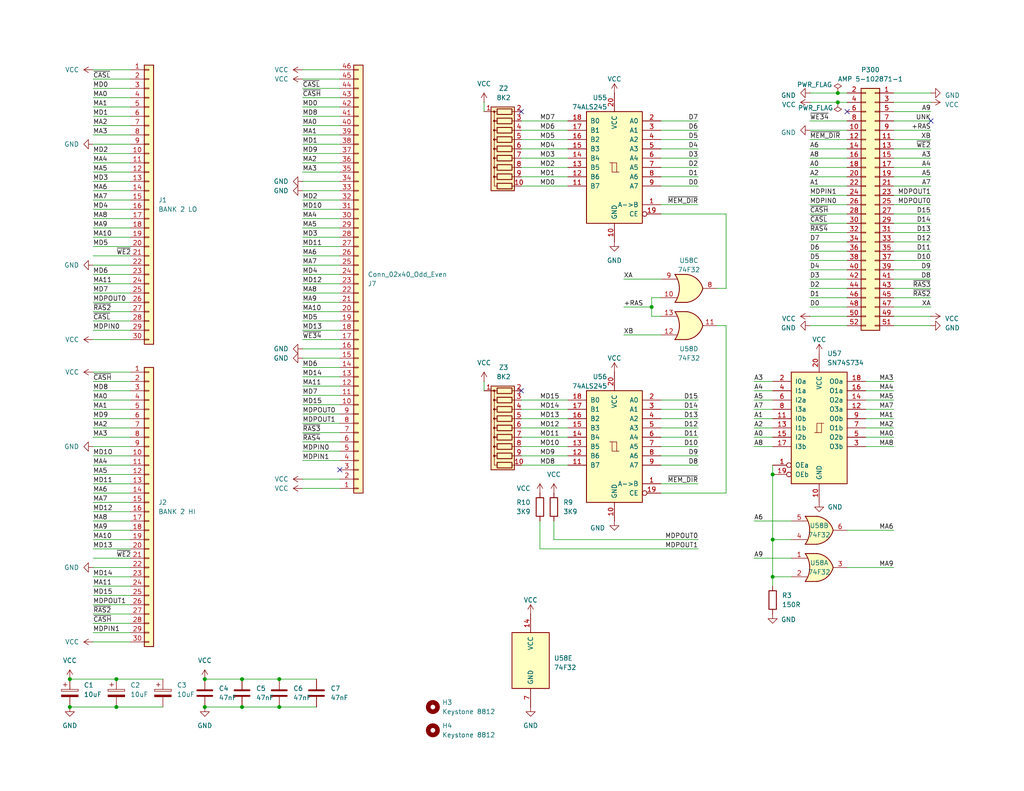
<source format=kicad_sch>
(kicad_sch (version 20231120) (generator "eeschema") (generator_version "8.0")
  (paper "USLetter")
  (title_block (title "Compaq Portable II System Memory Board") (date "2024-03-22") (company "Compaq") (comment 1 "P/N 104176-001") (comment 2 "ASSY 000330"))
  (junction (at 177.8 83.82))
  (junction (at 210.82 129.54))
  (junction (at 228.6 27.94))
  (junction (at 210.82 147.32))
  (junction (at 76.2 185.42))
  (junction (at 31.75 193.04))
  (junction (at 228.6 25.4))
  (junction (at 19.05 185.42))
  (junction (at 66.04 185.42))
  (junction (at 55.88 193.04))
  (junction (at 66.04 193.04))
  (junction (at 210.82 157.48))
  (junction (at 19.05 193.04))
  (junction (at 55.88 185.42))
  (junction (at 76.2 193.04))
  (junction (at 31.75 185.42))
  (no_connect (at 142.24 30.48))
  (no_connect (at 254 33.02))
  (no_connect (at 142.24 106.68))
  (no_connect (at 92.71 128.27))
  (no_connect (at 231.14 30.48))
  (wire (pts (xy 198.12 58.42) (xy 180.34 58.42)))
  (wire (pts (xy 25.4 147.32) (xy 35.56 147.32)))
  (wire (pts (xy 205.74 111.76) (xy 210.82 111.76)))
  (wire (pts (xy 210.82 129.54) (xy 210.82 147.32)))
  (wire (pts (xy 228.6 27.94) (xy 231.14 27.94)))
  (wire (pts (xy 66.04 185.42) (xy 76.2 185.42)))
  (wire (pts (xy 190.5 121.92) (xy 180.34 121.92)))
  (wire (pts (xy 25.4 80.01) (xy 35.56 80.01)))
  (wire (pts (xy 205.74 106.68) (xy 210.82 106.68)))
  (wire (pts (xy 254 25.4) (xy 243.84 25.4)))
  (wire (pts (xy 25.4 31.75) (xy 35.56 31.75)))
  (wire (pts (xy 82.55 120.65) (xy 92.71 120.65)))
  (wire (pts (xy 220.98 50.8) (xy 231.14 50.8)))
  (wire (pts (xy 254 73.66) (xy 243.84 73.66)))
  (wire (pts (xy 142.24 33.02) (xy 154.94 33.02)))
  (wire (pts (xy 220.98 86.36) (xy 231.14 86.36)))
  (wire (pts (xy 205.74 116.84) (xy 210.82 116.84)))
  (wire (pts (xy 142.24 48.26) (xy 154.94 48.26)))
  (wire (pts (xy 254 43.18) (xy 243.84 43.18)))
  (wire (pts (xy 82.55 24.13) (xy 92.71 24.13)))
  (wire (pts (xy 220.98 71.12) (xy 231.14 71.12)))
  (wire (pts (xy 220.98 81.28) (xy 231.14 81.28)))
  (wire (pts (xy 82.55 62.23) (xy 92.71 62.23)))
  (wire (pts (xy 82.55 97.79) (xy 92.71 97.79)))
  (wire (pts (xy 254 71.12) (xy 243.84 71.12)))
  (wire (pts (xy 190.5 116.84) (xy 180.34 116.84)))
  (wire (pts (xy 190.5 111.76) (xy 180.34 111.76)))
  (wire (pts (xy 220.98 76.2) (xy 231.14 76.2)))
  (wire (pts (xy 25.4 21.59) (xy 35.56 21.59)))
  (wire (pts (xy 142.24 45.72) (xy 154.94 45.72)))
  (wire (pts (xy 82.55 59.69) (xy 92.71 59.69)))
  (wire (pts (xy 82.55 92.71) (xy 92.71 92.71)))
  (wire (pts (xy 25.4 24.13) (xy 35.56 24.13)))
  (wire (pts (xy 25.4 34.29) (xy 35.56 34.29)))
  (wire (pts (xy 82.55 85.09) (xy 92.71 85.09)))
  (wire (pts (xy 254 66.04) (xy 243.84 66.04)))
  (wire (pts (xy 25.4 127) (xy 35.56 127)))
  (wire (pts (xy 177.8 86.36) (xy 180.34 86.36)))
  (wire (pts (xy 82.55 77.47) (xy 92.71 77.47)))
  (wire (pts (xy 205.74 142.24) (xy 215.9 142.24)))
  (wire (pts (xy 190.5 40.64) (xy 180.34 40.64)))
  (wire (pts (xy 25.4 19.05) (xy 35.56 19.05)))
  (wire (pts (xy 210.82 160.02) (xy 210.82 157.48)))
  (wire (pts (xy 142.24 124.46) (xy 154.94 124.46)))
  (wire (pts (xy 25.4 121.92) (xy 35.56 121.92)))
  (wire (pts (xy 205.74 114.3) (xy 210.82 114.3)))
  (wire (pts (xy 205.74 152.4) (xy 215.9 152.4)))
  (wire (pts (xy 25.4 77.47) (xy 35.56 77.47)))
  (wire (pts (xy 254 53.34) (xy 243.84 53.34)))
  (wire (pts (xy 82.55 72.39) (xy 92.71 72.39)))
  (wire (pts (xy 254 40.64) (xy 243.84 40.64)))
  (wire (pts (xy 243.84 116.84) (xy 236.22 116.84)))
  (wire (pts (xy 82.55 123.19) (xy 92.71 123.19)))
  (wire (pts (xy 25.4 59.69) (xy 35.56 59.69)))
  (wire (pts (xy 25.4 152.4) (xy 35.56 152.4)))
  (wire (pts (xy 25.4 165.1) (xy 35.56 165.1)))
  (wire (pts (xy 82.55 46.99) (xy 92.71 46.99)))
  (wire (pts (xy 82.55 125.73) (xy 92.71 125.73)))
  (wire (pts (xy 243.84 106.68) (xy 236.22 106.68)))
  (wire (pts (xy 254 63.5) (xy 243.84 63.5)))
  (wire (pts (xy 82.55 41.91) (xy 92.71 41.91)))
  (wire (pts (xy 25.4 111.76) (xy 35.56 111.76)))
  (wire (pts (xy 82.55 133.35) (xy 92.71 133.35)))
  (wire (pts (xy 254 48.26) (xy 243.84 48.26)))
  (wire (pts (xy 25.4 157.48) (xy 35.56 157.48)))
  (wire (pts (xy 25.4 119.38) (xy 35.56 119.38)))
  (wire (pts (xy 190.5 50.8) (xy 180.34 50.8)))
  (wire (pts (xy 25.4 29.21) (xy 35.56 29.21)))
  (wire (pts (xy 82.55 95.25) (xy 92.71 95.25)))
  (wire (pts (xy 25.4 64.77) (xy 35.56 64.77)))
  (wire (pts (xy 82.55 49.53) (xy 92.71 49.53)))
  (wire (pts (xy 25.4 39.37) (xy 35.56 39.37)))
  (wire (pts (xy 243.84 119.38) (xy 236.22 119.38)))
  (wire (pts (xy 220.98 43.18) (xy 231.14 43.18)))
  (wire (pts (xy 82.55 74.93) (xy 92.71 74.93)))
  (wire (pts (xy 25.4 74.93) (xy 35.56 74.93)))
  (wire (pts (xy 190.5 127) (xy 180.34 127)))
  (wire (pts (xy 25.4 82.55) (xy 35.56 82.55)))
  (wire (pts (xy 82.55 118.11) (xy 92.71 118.11)))
  (wire (pts (xy 243.84 109.22) (xy 236.22 109.22)))
  (wire (pts (xy 25.4 142.24) (xy 35.56 142.24)))
  (wire (pts (xy 195.58 78.74) (xy 198.12 78.74)))
  (wire (pts (xy 82.55 34.29) (xy 92.71 34.29)))
  (wire (pts (xy 25.4 90.17) (xy 35.56 90.17)))
  (wire (pts (xy 25.4 116.84) (xy 35.56 116.84)))
  (wire (pts (xy 231.14 154.94) (xy 243.84 154.94)))
  (wire (pts (xy 82.55 107.95) (xy 92.71 107.95)))
  (wire (pts (xy 82.55 90.17) (xy 92.71 90.17)))
  (wire (pts (xy 254 81.28) (xy 243.84 81.28)))
  (wire (pts (xy 190.5 132.08) (xy 180.34 132.08)))
  (wire (pts (xy 142.24 127) (xy 154.94 127)))
  (wire (pts (xy 254 35.56) (xy 243.84 35.56)))
  (wire (pts (xy 220.98 25.4) (xy 228.6 25.4)))
  (wire (pts (xy 82.55 57.15) (xy 92.71 57.15)))
  (wire (pts (xy 25.4 41.91) (xy 35.56 41.91)))
  (wire (pts (xy 142.24 121.92) (xy 154.94 121.92)))
  (wire (pts (xy 25.4 69.85) (xy 35.56 69.85)))
  (wire (pts (xy 228.6 25.4) (xy 231.14 25.4)))
  (wire (pts (xy 220.98 60.96) (xy 231.14 60.96)))
  (wire (pts (xy 198.12 78.74) (xy 198.12 58.42)))
  (wire (pts (xy 142.24 38.1) (xy 154.94 38.1)))
  (wire (pts (xy 190.5 124.46) (xy 180.34 124.46)))
  (wire (pts (xy 82.55 21.59) (xy 92.71 21.59)))
  (wire (pts (xy 220.98 45.72) (xy 231.14 45.72)))
  (wire (pts (xy 254 86.36) (xy 243.84 86.36)))
  (wire (pts (xy 220.98 35.56) (xy 231.14 35.56)))
  (wire (pts (xy 25.4 62.23) (xy 35.56 62.23)))
  (wire (pts (xy 19.05 185.42) (xy 31.75 185.42)))
  (wire (pts (xy 190.5 35.56) (xy 180.34 35.56)))
  (wire (pts (xy 190.5 55.88) (xy 180.34 55.88)))
  (wire (pts (xy 25.4 144.78) (xy 35.56 144.78)))
  (wire (pts (xy 220.98 78.74) (xy 231.14 78.74)))
  (wire (pts (xy 82.55 87.63) (xy 92.71 87.63)))
  (wire (pts (xy 254 33.02) (xy 243.84 33.02)))
  (wire (pts (xy 25.4 114.3) (xy 35.56 114.3)))
  (wire (pts (xy 254 50.8) (xy 243.84 50.8)))
  (wire (pts (xy 147.32 149.86) (xy 190.5 149.86)))
  (wire (pts (xy 190.5 33.02) (xy 180.34 33.02)))
  (wire (pts (xy 25.4 162.56) (xy 35.56 162.56)))
  (wire (pts (xy 82.55 82.55) (xy 92.71 82.55)))
  (wire (pts (xy 142.24 114.3) (xy 154.94 114.3)))
  (wire (pts (xy 82.55 105.41) (xy 92.71 105.41)))
  (wire (pts (xy 25.4 137.16) (xy 35.56 137.16)))
  (wire (pts (xy 25.4 67.31) (xy 35.56 67.31)))
  (wire (pts (xy 210.82 147.32) (xy 215.9 147.32)))
  (wire (pts (xy 142.24 111.76) (xy 154.94 111.76)))
  (wire (pts (xy 66.04 193.04) (xy 76.2 193.04)))
  (wire (pts (xy 147.32 142.24) (xy 147.32 149.86)))
  (wire (pts (xy 198.12 88.9) (xy 198.12 134.62)))
  (wire (pts (xy 82.55 44.45) (xy 92.71 44.45)))
  (wire (pts (xy 82.55 39.37) (xy 92.71 39.37)))
  (wire (pts (xy 25.4 36.83) (xy 35.56 36.83)))
  (wire (pts (xy 220.98 55.88) (xy 231.14 55.88)))
  (wire (pts (xy 190.5 119.38) (xy 180.34 119.38)))
  (wire (pts (xy 190.5 43.18) (xy 180.34 43.18)))
  (wire (pts (xy 82.55 130.81) (xy 92.71 130.81)))
  (wire (pts (xy 25.4 54.61) (xy 35.56 54.61)))
  (wire (pts (xy 243.84 144.78) (xy 231.14 144.78)))
  (wire (pts (xy 190.5 114.3) (xy 180.34 114.3)))
  (wire (pts (xy 25.4 49.53) (xy 35.56 49.53)))
  (wire (pts (xy 243.84 114.3) (xy 236.22 114.3)))
  (wire (pts (xy 151.13 147.32) (xy 190.5 147.32)))
  (wire (pts (xy 190.5 45.72) (xy 180.34 45.72)))
  (wire (pts (xy 25.4 175.26) (xy 35.56 175.26)))
  (wire (pts (xy 82.55 26.67) (xy 92.71 26.67)))
  (wire (pts (xy 254 58.42) (xy 243.84 58.42)))
  (wire (pts (xy 254 60.96) (xy 243.84 60.96)))
  (wire (pts (xy 25.4 124.46) (xy 35.56 124.46)))
  (wire (pts (xy 243.84 111.76) (xy 236.22 111.76)))
  (wire (pts (xy 220.98 63.5) (xy 231.14 63.5)))
  (wire (pts (xy 220.98 40.64) (xy 231.14 40.64)))
  (wire (pts (xy 25.4 109.22) (xy 35.56 109.22)))
  (wire (pts (xy 25.4 129.54) (xy 35.56 129.54)))
  (wire (pts (xy 25.4 85.09) (xy 35.56 85.09)))
  (wire (pts (xy 25.4 26.67) (xy 35.56 26.67)))
  (wire (pts (xy 25.4 106.68) (xy 35.56 106.68)))
  (wire (pts (xy 198.12 88.9) (xy 195.58 88.9)))
  (wire (pts (xy 210.82 157.48) (xy 215.9 157.48)))
  (wire (pts (xy 25.4 72.39) (xy 35.56 72.39)))
  (wire (pts (xy 76.2 193.04) (xy 86.36 193.04)))
  (wire (pts (xy 82.55 36.83) (xy 92.71 36.83)))
  (wire (pts (xy 142.24 35.56) (xy 154.94 35.56)))
  (wire (pts (xy 25.4 132.08) (xy 35.56 132.08)))
  (wire (pts (xy 19.05 193.04) (xy 31.75 193.04)))
  (wire (pts (xy 142.24 116.84) (xy 154.94 116.84)))
  (wire (pts (xy 25.4 46.99) (xy 35.56 46.99)))
  (wire (pts (xy 254 68.58) (xy 243.84 68.58)))
  (wire (pts (xy 25.4 149.86) (xy 35.56 149.86)))
  (wire (pts (xy 142.24 43.18) (xy 154.94 43.18)))
  (wire (pts (xy 25.4 134.62) (xy 35.56 134.62)))
  (wire (pts (xy 55.88 185.42) (xy 66.04 185.42)))
  (wire (pts (xy 177.8 83.82) (xy 177.8 81.28)))
  (wire (pts (xy 170.18 76.2) (xy 180.34 76.2)))
  (wire (pts (xy 25.4 57.15) (xy 35.56 57.15)))
  (wire (pts (xy 180.34 134.62) (xy 198.12 134.62)))
  (wire (pts (xy 25.4 87.63) (xy 35.56 87.63)))
  (wire (pts (xy 25.4 104.14) (xy 35.56 104.14)))
  (wire (pts (xy 210.82 157.48) (xy 210.82 147.32)))
  (wire (pts (xy 25.4 101.6) (xy 35.56 101.6)))
  (wire (pts (xy 142.24 50.8) (xy 154.94 50.8)))
  (wire (pts (xy 210.82 127) (xy 210.82 129.54)))
  (wire (pts (xy 82.55 110.49) (xy 92.71 110.49)))
  (wire (pts (xy 243.84 88.9) (xy 254 88.9)))
  (wire (pts (xy 25.4 172.72) (xy 35.56 172.72)))
  (wire (pts (xy 25.4 154.94) (xy 35.56 154.94)))
  (wire (pts (xy 142.24 119.38) (xy 154.94 119.38)))
  (wire (pts (xy 170.18 91.44) (xy 180.34 91.44)))
  (wire (pts (xy 254 78.74) (xy 243.84 78.74)))
  (wire (pts (xy 177.8 81.28) (xy 180.34 81.28)))
  (wire (pts (xy 82.55 80.01) (xy 92.71 80.01)))
  (wire (pts (xy 220.98 33.02) (xy 231.14 33.02)))
  (wire (pts (xy 220.98 58.42) (xy 231.14 58.42)))
  (wire (pts (xy 82.55 52.07) (xy 92.71 52.07)))
  (wire (pts (xy 220.98 38.1) (xy 231.14 38.1)))
  (wire (pts (xy 220.98 48.26) (xy 231.14 48.26)))
  (wire (pts (xy 254 55.88) (xy 243.84 55.88)))
  (wire (pts (xy 220.98 88.9) (xy 231.14 88.9)))
  (wire (pts (xy 220.98 83.82) (xy 231.14 83.82)))
  (wire (pts (xy 82.55 29.21) (xy 92.71 29.21)))
  (wire (pts (xy 190.5 38.1) (xy 180.34 38.1)))
  (wire (pts (xy 254 45.72) (xy 243.84 45.72)))
  (wire (pts (xy 243.84 121.92) (xy 236.22 121.92)))
  (wire (pts (xy 82.55 69.85) (xy 92.71 69.85)))
  (wire (pts (xy 132.08 27.94) (xy 132.08 30.48)))
  (wire (pts (xy 220.98 68.58) (xy 231.14 68.58)))
  (wire (pts (xy 254 76.2) (xy 243.84 76.2)))
  (wire (pts (xy 220.98 27.94) (xy 228.6 27.94)))
  (wire (pts (xy 31.75 185.42) (xy 44.45 185.42)))
  (wire (pts (xy 25.4 160.02) (xy 35.56 160.02)))
  (wire (pts (xy 254 30.48) (xy 243.84 30.48)))
  (wire (pts (xy 82.55 54.61) (xy 92.71 54.61)))
  (wire (pts (xy 151.13 142.24) (xy 151.13 147.32)))
  (wire (pts (xy 220.98 73.66) (xy 231.14 73.66)))
  (wire (pts (xy 205.74 109.22) (xy 210.82 109.22)))
  (wire (pts (xy 142.24 109.22) (xy 154.94 109.22)))
  (wire (pts (xy 25.4 167.64) (xy 35.56 167.64)))
  (wire (pts (xy 177.8 86.36) (xy 177.8 83.82)))
  (wire (pts (xy 243.84 104.14) (xy 236.22 104.14)))
  (wire (pts (xy 25.4 170.18) (xy 35.56 170.18)))
  (wire (pts (xy 205.74 119.38) (xy 210.82 119.38)))
  (wire (pts (xy 82.55 64.77) (xy 92.71 64.77)))
  (wire (pts (xy 132.08 104.14) (xy 132.08 106.68)))
  (wire (pts (xy 82.55 113.03) (xy 92.71 113.03)))
  (wire (pts (xy 205.74 121.92) (xy 210.82 121.92)))
  (wire (pts (xy 82.55 100.33) (xy 92.71 100.33)))
  (wire (pts (xy 254 38.1) (xy 243.84 38.1)))
  (wire (pts (xy 220.98 53.34) (xy 231.14 53.34)))
  (wire (pts (xy 82.55 19.05) (xy 92.71 19.05)))
  (wire (pts (xy 82.55 102.87) (xy 92.71 102.87)))
  (wire (pts (xy 254 83.82) (xy 243.84 83.82)))
  (wire (pts (xy 82.55 31.75) (xy 92.71 31.75)))
  (wire (pts (xy 190.5 109.22) (xy 180.34 109.22)))
  (wire (pts (xy 25.4 44.45) (xy 35.56 44.45)))
  (wire (pts (xy 220.98 66.04) (xy 231.14 66.04)))
  (wire (pts (xy 205.74 104.14) (xy 210.82 104.14)))
  (wire (pts (xy 254 27.94) (xy 243.84 27.94)))
  (wire (pts (xy 142.24 40.64) (xy 154.94 40.64)))
  (wire (pts (xy 55.88 193.04) (xy 66.04 193.04)))
  (wire (pts (xy 82.55 67.31) (xy 92.71 67.31)))
  (wire (pts (xy 25.4 139.7) (xy 35.56 139.7)))
  (wire (pts (xy 76.2 185.42) (xy 86.36 185.42)))
  (wire (pts (xy 170.18 83.82) (xy 177.8 83.82)))
  (wire (pts (xy 190.5 48.26) (xy 180.34 48.26)))
  (wire (pts (xy 25.4 92.71) (xy 35.56 92.71)))
  (wire (pts (xy 31.75 193.04) (xy 44.45 193.04)))
  (wire (pts (xy 82.55 115.57) (xy 92.71 115.57)))
  (wire (pts (xy 25.4 52.07) (xy 35.56 52.07)))
  (label "MA2" (at 82.55 44.45 0))
  (label "D15" (at 254 58.42 180))
  (label "~{RAS3}" (at 82.55 118.11 0))
  (label "MD0" (at 25.4 24.13 0))
  (label "MD7" (at 147.32 33.02 0))
  (label "MD0" (at 82.55 29.21 0))
  (label "D8" (at 254 76.2 180))
  (label "MA2" (at 25.4 34.29 0))
  (label "D15" (at 190.5 109.22 180))
  (label "A5" (at 205.74 109.22 0))
  (label "MA7" (at 243.84 111.76 180))
  (label "MD1" (at 147.32 48.26 0))
  (label "MA1" (at 25.4 29.21 0))
  (label "A1" (at 205.74 114.3 0))
  (label "D7" (at 190.5 33.02 180))
  (label "MD13" (at 25.4 149.86 0))
  (label "MD1" (at 82.55 39.37 0))
  (label "~{CASH}" (at 25.4 170.18 0))
  (label "MA4" (at 25.4 127 0))
  (label "MD0" (at 147.32 50.8 0))
  (label "A2" (at 205.74 116.84 0))
  (label "+RAS" (at 254 35.56 180))
  (label "XB" (at 170.18 91.44 0))
  (label "MA4" (at 243.84 106.68 180))
  (label "MD6" (at 147.32 35.56 0))
  (label "~{RAS3}" (at 254 78.74 180))
  (label "MA3" (at 25.4 36.83 0))
  (label "A6" (at 205.74 142.24 0))
  (label "MA7" (at 25.4 54.61 0))
  (label "MD3" (at 147.32 43.18 0))
  (label "D4" (at 220.98 73.66 0))
  (label "MDPIN1" (at 82.55 125.73 0))
  (label "D13" (at 254 63.5 180))
  (label "D10" (at 254 71.12 180))
  (label "D6" (at 190.5 35.56 180))
  (label "~{RAS2}" (at 25.4 85.09 0))
  (label "D2" (at 190.5 45.72 180))
  (label "MD5" (at 82.55 87.63 0))
  (label "MDPIN0" (at 220.98 55.88 0))
  (label "MD1" (at 25.4 31.75 0))
  (label "MA6" (at 25.4 134.62 0))
  (label "MDPOUT0" (at 25.4 82.55 0))
  (label "A3" (at 254 43.18 180))
  (label "MD2" (at 82.55 54.61 0))
  (label "~{RAS4}" (at 220.98 63.5 0))
  (label "MDPOUT0" (at 190.5 147.32 180))
  (label "D13" (at 190.5 114.3 180))
  (label "MA1" (at 82.55 36.83 0))
  (label "D12" (at 190.5 116.84 180))
  (label "MD8" (at 147.32 127 0))
  (label "XB" (at 254 38.1 180))
  (label "MA5" (at 82.55 62.23 0))
  (label "MA8" (at 243.84 121.92 180))
  (label "~{WE2}" (at 31.75 152.4 0))
  (label "MA8" (at 82.55 80.01 0))
  (label "MA9" (at 25.4 144.78 0))
  (label "MD6" (at 25.4 74.93 0))
  (label "MA10" (at 25.4 147.32 0))
  (label "MD15" (at 147.32 109.22 0))
  (label "MA3" (at 82.55 46.99 0))
  (label "MD15" (at 82.55 110.49 0))
  (label "D9" (at 190.5 124.46 180))
  (label "MDPIN1" (at 25.4 172.72 0))
  (label "MD2" (at 25.4 41.91 0))
  (label "MD3" (at 25.4 49.53 0))
  (label "A4" (at 205.74 106.68 0))
  (label "MA10" (at 25.4 64.77 0))
  (label "MA4" (at 25.4 44.45 0))
  (label "MA9" (at 82.55 82.55 0))
  (label "MD4" (at 25.4 57.15 0))
  (label "D0" (at 190.5 50.8 180))
  (label "A5" (at 254 48.26 180))
  (label "~{CASL}" (at 25.4 21.59 0))
  (label "MDPIN0" (at 25.4 90.17 0))
  (label "D1" (at 190.5 48.26 180))
  (label "MA8" (at 25.4 142.24 0))
  (label "MA2" (at 25.4 116.84 0))
  (label "MD11" (at 25.4 132.08 0))
  (label "MDPIN0" (at 82.55 123.19 0))
  (label "MD9" (at 82.55 41.91 0))
  (label "~{CASH}" (at 220.98 58.42 0))
  (label "D4" (at 190.5 40.64 180))
  (label "~{WE34}" (at 220.98 33.02 0))
  (label "MD12" (at 82.55 77.47 0))
  (label "~{WE2}" (at 254 40.64 180))
  (label "MA8" (at 25.4 59.69 0))
  (label "MD2" (at 147.32 45.72 0))
  (label "MD5" (at 25.4 67.31 0))
  (label "~{MEM_DIR}" (at 220.98 38.1 0))
  (label "~{CASL}" (at 25.4 87.63 0))
  (label "D10" (at 190.5 121.92 180))
  (label "MDPOUT0" (at 82.55 113.03 0))
  (label "MA2" (at 243.84 116.84 180))
  (label "+RAS" (at 170.18 83.82 0))
  (label "MA11" (at 25.4 77.47 0))
  (label "A8" (at 205.74 121.92 0))
  (label "MD13" (at 82.55 90.17 0))
  (label "MDPOUT1" (at 25.4 165.1 0))
  (label "D11" (at 254 68.58 180))
  (label "XA" (at 254 83.82 180))
  (label "D5" (at 220.98 71.12 0))
  (label "A7" (at 205.74 111.76 0))
  (label "MD13" (at 147.32 114.3 0))
  (label "A0" (at 205.74 119.38 0))
  (label "MD12" (at 25.4 139.7 0))
  (label "MA5" (at 243.84 109.22 180))
  (label "D7" (at 220.98 66.04 0))
  (label "MA0" (at 82.55 34.29 0))
  (label "MA11" (at 82.55 105.41 0))
  (label "A7" (at 254 50.8 180))
  (label "MDPOUT0" (at 254 55.88 180))
  (label "~{CASL}" (at 82.55 24.13 0))
  (label "MD9" (at 147.32 124.46 0))
  (label "D3" (at 220.98 76.2 0))
  (label "D8" (at 190.5 127 180))
  (label "MD12" (at 147.32 116.84 0))
  (label "MDPOUT1" (at 82.55 115.57 0))
  (label "~{CASL}" (at 220.98 60.96 0))
  (label "MA5" (at 25.4 129.54 0))
  (label "A9" (at 205.74 152.4 0))
  (label "MDPOUT1" (at 190.5 149.86 180))
  (label "D3" (at 190.5 43.18 180))
  (label "MA7" (at 25.4 137.16 0))
  (label "MA0" (at 25.4 109.22 0))
  (label "MD6" (at 82.55 100.33 0))
  (label "D6" (at 220.98 68.58 0))
  (label "MD5" (at 147.32 38.1 0))
  (label "MA1" (at 25.4 111.76 0))
  (label "MD8" (at 25.4 106.68 0))
  (label "A3" (at 205.74 104.14 0))
  (label "MA3" (at 25.4 119.38 0))
  (label "MD4" (at 82.55 74.93 0))
  (label "MD8" (at 82.55 31.75 0))
  (label "MA9" (at 25.4 62.23 0))
  (label "MA5" (at 25.4 46.99 0))
  (label "MA9" (at 243.84 154.94 180))
  (label "~{MEM_DIR}" (at 190.5 132.08 180))
  (label "A9" (at 254 30.48 180))
  (label "MA11" (at 25.4 160.02 0))
  (label "~{CASH}" (at 25.4 104.14 0))
  (label "D1" (at 220.98 81.28 0))
  (label "MD11" (at 147.32 119.38 0))
  (label "D5" (at 190.5 38.1 180))
  (label "A6" (at 220.98 40.64 0))
  (label "D12" (at 254 66.04 180))
  (label "MA0" (at 25.4 26.67 0))
  (label "A8" (at 220.98 43.18 0))
  (label "MA0" (at 243.84 119.38 180))
  (label "MD9" (at 25.4 114.3 0))
  (label "XA" (at 170.18 76.2 0))
  (label "MD11" (at 82.55 67.31 0))
  (label "MD14" (at 25.4 157.48 0))
  (label "~{MEM_DIR}" (at 190.5 55.88 180))
  (label "MDPIN1" (at 220.98 53.34 0))
  (label "MA3" (at 243.84 104.14 180))
  (label "~{RAS2}" (at 25.4 167.64 0))
  (label "MD14" (at 147.32 111.76 0))
  (label "MD14" (at 82.55 102.87 0))
  (label "MD15" (at 25.4 162.56 0))
  (label "A2" (at 220.98 48.26 0))
  (label "D0" (at 220.98 83.82 0))
  (label "~{RAS4}" (at 82.55 120.65 0))
  (label "~{RAS2}" (at 254 81.28 180))
  (label "A4" (at 254 45.72 180))
  (label "~{WE34}" (at 82.55 92.71 0))
  (label "MA10" (at 82.55 85.09 0))
  (label "MD10" (at 25.4 124.46 0))
  (label "MD3" (at 82.55 64.77 0))
  (label "A0" (at 220.98 45.72 0))
  (label "UNK" (at 254 33.02 180))
  (label "MDPOUT1" (at 254 53.34 180))
  (label "MA6" (at 82.55 69.85 0))
  (label "MA1" (at 243.84 114.3 180))
  (label "MD7" (at 25.4 80.01 0))
  (label "MD4" (at 147.32 40.64 0))
  (label "MA7" (at 82.55 72.39 0))
  (label "MA6" (at 243.84 144.78 180))
  (label "~{WE2}" (at 31.75 69.85 0))
  (label "MA4" (at 82.55 59.69 0))
  (label "D9" (at 254 73.66 180))
  (label "D14" (at 190.5 111.76 180))
  (label "MA6" (at 25.4 52.07 0))
  (label "D2" (at 220.98 78.74 0))
  (label "D14" (at 254 60.96 180))
  (label "MD10" (at 82.55 57.15 0))
  (label "D11" (at 190.5 119.38 180))
  (label "A1" (at 220.98 50.8 0))
  (label "MD10" (at 147.32 121.92 0))
  (label "~{CASH}" (at 82.55 26.67 0))
  (label "MD7" (at 82.55 107.95 0))
  (symbol (lib_id "power:GND") (at 25.4 39.37 270) (unit 1)
    (property "Reference" "#PWR03" (effects (hide yes)))
    (property "Value" "GND" (at 21.59 39.3699 90) (effects (justify right)))
    (property "Description" "Power symbol creates a global label with name \"GND\" , ground" (effects (hide yes)))
  )
  (symbol (lib_id "power:VCC") (at 82.55 133.35 90) (unit 1)
    (property "Reference" "#PWR054" (effects (hide yes)))
    (property "Value" "VCC" (at 78.74 133.3499 90) (effects (justify left)))
    (property "Description" "Power symbol creates a global label with name \"VCC\"" (effects (hide yes)))
  )
  (symbol (lib_id "power:GND") (at 25.4 121.92 270) (unit 1)
    (property "Reference" "#PWR06" (effects (hide yes)))
    (property "Value" "GND" (at 21.59 121.9199 90) (effects (justify right)))
    (property "Description" "Power symbol creates a global label with name \"GND\" , ground" (effects (hide yes)))
  )
  (symbol (lib_id "power:GND") (at 254 25.4 90) (unit 1)
    (property "Reference" "#PWR013" (effects (hide yes)))
    (property "Value" "GND" (at 257.81 26.035 90) (effects (justify right)))
    (property "Description" "Power symbol creates a global label with name \"GND\" , ground" (effects (hide yes)))
  )
  (symbol (lib_id "Connector_Generic:Conn_02x26_Odd_Even") (at 238.76 55.88 0) (mirror y) (unit 1)
    (property "Reference" "P300" (at 237.49 19.05 0))
    (property "Value" "AMP 5-102871-1" (at 237.49 21.59 0))
    (property "Footprint" "Connector_PinHeader_2.54mm:PinHeader_2x26_P2.54mm_Vertical" (effects (hide yes)))
    (property "Description" "Generic connector, double row, 02x26, odd/even pin numbering scheme (row 1 odd numbers, row 2 even numbers), script generated (kicad-library-utils/schlib/autogen/connector/)" (effects (hide yes)))
  )
  (symbol (lib_id "power:GND") (at 82.55 97.79 270) (unit 1)
    (property "Reference" "#PWR026" (effects (hide yes)))
    (property "Value" "GND" (at 78.74 97.7899 90) (effects (justify right)))
    (property "Description" "Power symbol creates a global label with name \"GND\" , ground" (effects (hide yes)))
  )
  (symbol (lib_id "power:VCC") (at 55.88 185.42 0) (unit 1)
    (property "Reference" "#PWR041" (effects (hide yes)))
    (property "Value" "VCC" (at 55.88 180.34 0))
    (property "Description" "Power symbol creates a global label with name \"VCC\"" (effects (hide yes)))
  )
  (symbol (lib_id "power:VCC") (at 254 86.36 270) (unit 1)
    (property "Reference" "#PWR015" (effects (hide yes)))
    (property "Value" "VCC" (at 257.81 86.995 90) (effects (justify left)))
    (property "Description" "Power symbol creates a global label with name \"VCC\"" (effects (hide yes)))
  )
  (symbol (lib_id "power:VCC") (at 147.32 134.62 0) (unit 1)
    (property "Reference" "#PWR058" (effects (hide yes)))
    (property "Value" "VCC" (at 144.78 133.3499 0) (effects (justify right)))
    (property "Description" "Power symbol creates a global label with name \"VCC\"" (effects (hide yes)))
  )
  (symbol (lib_id "Mechanical:MountingHole") (at 118.11 193.04 0) (unit 1) (exclude_from_sim yes)
    (property "Reference" "H3" (at 120.65 191.7699 0) (effects (justify left)))
    (property "Value" "Keystone 8812" (at 120.65 194.3099 0) (effects (justify left)))
    (property "Footprint" "MountingHole:MountingHole_4mm" (effects (hide yes)))
    (property "Description" "Mounting Hole without connection" (effects (hide yes)))
  )
  (symbol (lib_id "power:VCC") (at 254 27.94 270) (unit 1)
    (property "Reference" "#PWR014" (effects (hide yes)))
    (property "Value" "VCC" (at 257.81 28.575 90) (effects (justify left)))
    (property "Description" "Power symbol creates a global label with name \"VCC\"" (effects (hide yes)))
  )
  (symbol (lib_id "power:VCC") (at 25.4 101.6 90) (unit 1)
    (property "Reference" "#PWR05" (effects (hide yes)))
    (property "Value" "VCC" (at 21.59 101.5999 90) (effects (justify left)))
    (property "Description" "Power symbol creates a global label with name \"VCC\"" (effects (hide yes)))
  )
  (symbol (lib_id "power:VCC") (at 82.55 21.59 90) (unit 1)
    (property "Reference" "#PWR019" (effects (hide yes)))
    (property "Value" "VCC" (at 78.74 21.5899 90) (effects (justify left)))
    (property "Description" "Power symbol creates a global label with name \"VCC\"" (effects (hide yes)))
  )
  (symbol (lib_id "power:GND") (at 82.55 95.25 270) (unit 1)
    (property "Reference" "#PWR023" (effects (hide yes)))
    (property "Value" "GND" (at 78.74 95.2499 90) (effects (justify right)))
    (property "Description" "Power symbol creates a global label with name \"GND\" , ground" (effects (hide yes)))
  )
  (symbol (lib_id "Device:C") (at 66.04 189.23 0) (unit 1)
    (property "Reference" "C5" (at 69.85 187.9599 0) (effects (justify left)))
    (property "Value" "47nF" (at 69.85 190.4999 0) (effects (justify left)))
    (property "Footprint" "Capacitor_THT:C_Disc_D4.3mm_W1.9mm_P5.00mm" (effects (hide yes)))
    (property "Description" "Unpolarized capacitor" (effects (hide yes)))
  )
  (symbol (lib_id "power:GND") (at 210.82 167.64 0) (unit 1)
    (property "Reference" "#PWR056" (effects (hide yes)))
    (property "Value" "GND" (at 215.138 169.164 0))
    (property "Description" "Power symbol creates a global label with name \"GND\" , ground" (effects (hide yes)))
  )
  (symbol (lib_id "power:VCC") (at 132.08 104.14 0) (mirror y) (unit 1)
    (property "Reference" "#PWR053" (effects (hide yes)))
    (property "Value" "VCC" (at 132.08 99.06 0))
    (property "Description" "Power symbol creates a global label with name \"VCC\"" (effects (hide yes)))
  )
  (symbol (lib_id "power:VCC") (at 82.55 130.81 90) (unit 1)
    (property "Reference" "#PWR024" (effects (hide yes)))
    (property "Value" "VCC" (at 78.74 130.8099 90) (effects (justify left)))
    (property "Description" "Power symbol creates a global label with name \"VCC\"" (effects (hide yes)))
  )
  (symbol (lib_id "Device:R") (at 147.32 138.43 180) (unit 1)
    (property "Reference" "R10" (at 144.78 137.1599 0) (effects (justify left)))
    (property "Value" "3K9" (at 144.78 139.6999 0) (effects (justify left)))
    (property "Footprint" "Resistor_THT:R_Axial_DIN0207_L6.3mm_D2.5mm_P10.16mm_Horizontal" (effects (hide yes)))
    (property "Description" "Resistor" (effects (hide yes)))
  )
  (symbol (lib_id "Connector_Generic:Conn_01x46") (at 97.79 77.47 0) (mirror x) (unit 1)
    (property "Reference" "J7" (at 100.33 77.4701 0) (effects (justify left)))
    (property "Value" "Conn_02x40_Odd_Even" (at 100.33 74.9301 0) (effects (justify left)))
    (property "Footprint" "Connector_PinSocket_2.54mm:PinSocket_2x23_P2.54mm_Horizontal" (effects (hide yes)))
    (property "Description" "\"Generic connector, single row, 01x46, script generated\"" (effects (hide yes)))
  )
  (symbol (lib_id "power:VCC") (at 25.4 175.26 90) (unit 1)
    (property "Reference" "#PWR08" (effects (hide yes)))
    (property "Value" "VCC" (at 21.59 175.2599 90) (effects (justify left)))
    (property "Description" "Power symbol creates a global label with name \"VCC\"" (effects (hide yes)))
  )
  (symbol (lib_id "power:GND") (at 19.05 193.04 0) (unit 1)
    (property "Reference" "#PWR040" (effects (hide yes)))
    (property "Value" "GND" (at 19.05 198.12 0))
    (property "Description" "Power symbol creates a global label with name \"GND\" , ground" (effects (hide yes)))
  )
  (symbol (lib_id "power:GND") (at 220.98 35.56 270) (mirror x) (unit 1)
    (property "Reference" "#PWR052" (effects (hide yes)))
    (property "Value" "GND" (at 217.17 36.195 90) (effects (justify right)))
    (property "Description" "Power symbol creates a global label with name \"GND\" , ground" (effects (hide yes)))
  )
  (symbol (lib_id "power:GND") (at 144.78 193.04 0) (unit 1)
    (property "Reference" "#PWR044" (effects (hide yes)))
    (property "Value" "GND" (at 144.78 198.12 0))
    (property "Description" "Power symbol creates a global label with name \"GND\" , ground" (effects (hide yes)))
  )
  (symbol (lib_id "power:VCC") (at 151.13 134.62 0) (unit 1)
    (property "Reference" "#PWR057" (effects (hide yes)))
    (property "Value" "VCC" (at 151.13 129.54 0))
    (property "Description" "Power symbol creates a global label with name \"VCC\"" (effects (hide yes)))
  )
  (symbol (lib_id "power:GND") (at 254 88.9 90) (unit 1)
    (property "Reference" "#PWR016" (effects (hide yes)))
    (property "Value" "GND" (at 257.81 89.535 90) (effects (justify right)))
    (property "Description" "Power symbol creates a global label with name \"GND\" , ground" (effects (hide yes)))
  )
  (symbol (lib_id "power:VCC") (at 132.08 27.94 0) (mirror y) (unit 1)
    (property "Reference" "#PWR049" (effects (hide yes)))
    (property "Value" "VCC" (at 132.08 22.86 0))
    (property "Description" "Power symbol creates a global label with name \"VCC\"" (effects (hide yes)))
  )
  (symbol (lib_id "power:VCC") (at 223.52 96.52 0) (unit 1)
    (property "Reference" "#PWR051" (effects (hide yes)))
    (property "Value" "VCC" (at 223.52 92.71 0))
    (property "Description" "Power symbol creates a global label with name \"VCC\"" (effects (hide yes)))
  )
  (symbol (lib_id "power:GND") (at 82.55 52.07 270) (unit 1)
    (property "Reference" "#PWR025" (effects (hide yes)))
    (property "Value" "GND" (at 78.74 52.0699 90) (effects (justify right)))
    (property "Description" "Power symbol creates a global label with name \"GND\" , ground" (effects (hide yes)))
  )
  (symbol (lib_id "Device:C") (at 55.88 189.23 0) (unit 1)
    (property "Reference" "C4" (at 59.69 187.9599 0) (effects (justify left)))
    (property "Value" "47nF" (at 59.69 190.4999 0) (effects (justify left)))
    (property "Footprint" "Capacitor_THT:C_Disc_D4.3mm_W1.9mm_P5.00mm" (effects (hide yes)))
    (property "Description" "Unpolarized capacitor" (effects (hide yes)))
  )
  (symbol (lib_id "74xx:74LS32") (at 144.78 180.34 0) (unit 5)
    (property "Reference" "U58" (at 151.13 179.705 0) (effects (justify left)))
    (property "Value" "74F32" (at 151.13 182.245 0) (effects (justify left)))
    (property "Footprint" "Library:DIP-14_W7.62mm" (effects (hide yes)))
    (property "Datasheet" "http://www.ti.com/lit/gpn/sn74LS32" (effects (hide yes)))
  )
  (symbol (lib_id "Device:C") (at 76.2 189.23 0) (unit 1)
    (property "Reference" "C6" (at 80.01 187.9599 0) (effects (justify left)))
    (property "Value" "47nF" (at 80.01 190.4999 0) (effects (justify left)))
    (property "Footprint" "Capacitor_THT:C_Disc_D4.3mm_W1.9mm_P5.00mm" (effects (hide yes)))
    (property "Description" "Unpolarized capacitor" (effects (hide yes)))
  )
  (symbol (lib_id "Device:C") (at 86.36 189.23 0) (unit 1)
    (property "Reference" "C7" (at 90.17 187.9599 0) (effects (justify left)))
    (property "Value" "47nF" (at 90.17 190.4999 0) (effects (justify left)))
    (property "Footprint" "Capacitor_THT:C_Disc_D4.3mm_W1.9mm_P5.00mm" (effects (hide yes)))
    (property "Description" "Unpolarized capacitor" (effects (hide yes)))
  )
  (symbol (lib_id "power:GND") (at 82.55 49.53 270) (unit 1)
    (property "Reference" "#PWR022" (effects (hide yes)))
    (property "Value" "GND" (at 78.74 49.5299 90) (effects (justify right)))
    (property "Description" "Power symbol creates a global label with name \"GND\" , ground" (effects (hide yes)))
  )
  (symbol (lib_id "74xx:74LS32") (at 223.52 154.94 0) (unit 1)
    (property "Reference" "U58" (at 223.52 153.67 0))
    (property "Value" "74F32" (at 223.52 156.21 0))
    (property "Footprint" "Library:DIP-14_W7.62mm" (effects (hide yes)))
    (property "Datasheet" "http://www.ti.com/lit/gpn/sn74LS32" (effects (hide yes)))
  )
  (symbol (lib_id "power:GND") (at 25.4 154.94 270) (unit 1)
    (property "Reference" "#PWR07" (effects (hide yes)))
    (property "Value" "GND" (at 21.59 154.9399 90) (effects (justify right)))
    (property "Description" "Power symbol creates a global label with name \"GND\" , ground" (effects (hide yes)))
  )
  (symbol (lib_id "power:PWR_FLAG") (at 228.6 27.94 0) (mirror x) (unit 1)
    (property "Reference" "#FLG01" (effects (hide yes)))
    (property "Value" "PWR_FLAG" (at 222.504 29.464 0))
    (property "Description" "Special symbol for telling ERC where power comes from" (effects (hide yes)))
  )
  (symbol (lib_id "power:VCC") (at 82.55 19.05 90) (unit 1)
    (property "Reference" "#PWR048" (effects (hide yes)))
    (property "Value" "VCC" (at 78.74 19.0499 90) (effects (justify left)))
    (property "Description" "Power symbol creates a global label with name \"VCC\"" (effects (hide yes)))
  )
  (symbol (lib_id "Device:R_Network09") (at 137.16 116.84 90) (mirror x) (unit 1)
    (property "Reference" "Z3" (at 137.414 100.33 90))
    (property "Value" "8K2" (at 137.414 102.87 90))
    (property "Footprint" "Resistor_THT:R_Array_SIP10" (effects (hide yes)))
    (property "Datasheet" "http://www.vishay.com/docs/31509/csc.pdf" (effects (hide yes)))
  )
  (symbol (lib_id "power:GND") (at 25.4 72.39 270) (unit 1)
    (property "Reference" "#PWR04" (effects (hide yes)))
    (property "Value" "GND" (at 21.59 72.3899 90) (effects (justify right)))
    (property "Description" "Power symbol creates a global label with name \"GND\" , ground" (effects (hide yes)))
  )
  (symbol (lib_id "74xx:74LS245") (at 167.64 121.92 0) (mirror y) (unit 1)
    (property "Reference" "U56" (at 165.6841 102.87 0) (effects (justify left)))
    (property "Value" "74ALS245" (at 165.6841 105.41 0) (effects (justify left)))
    (property "Footprint" "Library:DIP-20_W7.62mm" (effects (hide yes)))
    (property "Datasheet" "http://www.ti.com/lit/gpn/sn74LS245" (effects (hide yes)))
  )
  (symbol (lib_id "power:GND") (at 223.52 137.16 0) (unit 1)
    (property "Reference" "#PWR050" (effects (hide yes)))
    (property "Value" "GND" (at 227.838 138.43 0))
    (property "Description" "Power symbol creates a global label with name \"GND\" , ground" (effects (hide yes)))
  )
  (symbol (lib_id "power:GND") (at 220.98 88.9 270) (mirror x) (unit 1)
    (property "Reference" "#PWR021" (effects (hide yes)))
    (property "Value" "GND" (at 217.17 89.535 90) (effects (justify right)))
    (property "Description" "Power symbol creates a global label with name \"GND\" , ground" (effects (hide yes)))
  )
  (symbol (lib_id "74xx:74LS244") (at 223.52 116.84 0) (unit 1)
    (property "Reference" "U57" (at 225.7141 96.52 0) (effects (justify left)))
    (property "Value" "SN74S734" (at 225.7141 99.06 0) (effects (justify left)))
    (property "Footprint" "Library:DIP-20_W7.62mm" (effects (hide yes)))
    (property "Datasheet" "http://www.ti.com/lit/ds/symlink/sn74ls244.pdf" (effects (hide yes)))
    (property "Description" "Octal Buffer and Line Driver With 3-State Output, active-low enables, non-inverting outputs" (effects (hide yes)))
  )
  (symbol (lib_id "74xx:74LS32") (at 187.96 88.9 0) (mirror x) (unit 4)
    (property "Reference" "U58" (at 187.96 95.25 0))
    (property "Value" "74F32" (at 187.96 97.79 0))
    (property "Footprint" "Library:DIP-14_W7.62mm" (effects (hide yes)))
    (property "Datasheet" "http://www.ti.com/lit/gpn/sn74LS32" (effects (hide yes)))
  )
  (symbol (lib_id "power:GND") (at 167.64 66.04 0) (unit 1)
    (property "Reference" "#PWR012" (effects (hide yes)))
    (property "Value" "GND" (at 167.64 71.12 0))
    (property "Description" "Power symbol creates a global label with name \"GND\" , ground" (effects (hide yes)))
  )
  (symbol (lib_id "74xx:74LS32") (at 223.52 144.78 0) (mirror x) (unit 2)
    (property "Reference" "U58" (at 223.52 143.51 0))
    (property "Value" "74F32" (at 223.52 146.05 0))
    (property "Footprint" "Library:DIP-14_W7.62mm" (effects (hide yes)))
    (property "Datasheet" "http://www.ti.com/lit/gpn/sn74LS32" (effects (hide yes)))
  )
  (symbol (lib_id "Device:R_Network09") (at 137.16 40.64 90) (mirror x) (unit 1)
    (property "Reference" "Z2" (at 137.414 24.13 90))
    (property "Value" "8K2" (at 137.414 26.67 90))
    (property "Footprint" "Resistor_THT:R_Array_SIP10" (effects (hide yes)))
    (property "Datasheet" "http://www.vishay.com/docs/31509/csc.pdf" (effects (hide yes)))
  )
  (symbol (lib_id "74xx:74LS32") (at 187.96 78.74 0) (unit 3)
    (property "Reference" "U58" (at 187.96 71.12 0))
    (property "Value" "74F32" (at 187.96 73.66 0))
    (property "Footprint" "Library:DIP-14_W7.62mm" (effects (hide yes)))
    (property "Datasheet" "http://www.ti.com/lit/gpn/sn74LS32" (effects (hide yes)))
  )
  (symbol (lib_id "Device:C_Polarized") (at 31.75 189.23 0) (unit 1)
    (property "Reference" "C2" (at 35.56 187.0709 0) (effects (justify left)))
    (property "Value" "10uF" (at 35.56 189.6109 0) (effects (justify left)))
    (property "Footprint" "Library:CP_Radial_Tantal_D4.5mm_P5.00mm" (effects (hide yes)))
    (property "Description" "Polarized capacitor" (effects (hide yes)))
  )
  (symbol (lib_id "power:VCC") (at 25.4 19.05 90) (unit 1)
    (property "Reference" "#PWR01" (effects (hide yes)))
    (property "Value" "VCC" (at 21.59 19.0499 90) (effects (justify left)))
    (property "Description" "Power symbol creates a global label with name \"VCC\"" (effects (hide yes)))
  )
  (symbol (lib_id "Connector_Generic:Conn_01x30") (at 40.64 137.16 0) (unit 1)
    (property "Reference" "J2" (at 43.18 137.1599 0) (effects (justify left)))
    (property "Value" "BANK 2 HI" (at 43.18 139.6999 0) (effects (justify left)))
    (property "Footprint" "Library:SIMMSocket30Pin" (effects (hide yes)))
    (property "Description" "Generic connector, single row, 01x30, script generated (kicad-library-utils/schlib/autogen/connector/)" (effects (hide yes)))
  )
  (symbol (lib_id "power:VCC") (at 220.98 86.36 90) (mirror x) (unit 1)
    (property "Reference" "#PWR020" (effects (hide yes)))
    (property "Value" "VCC" (at 217.17 86.995 90) (effects (justify left)))
    (property "Description" "Power symbol creates a global label with name \"VCC\"" (effects (hide yes)))
  )
  (symbol (lib_id "power:VCC") (at 25.4 92.71 90) (unit 1)
    (property "Reference" "#PWR02" (effects (hide yes)))
    (property "Value" "VCC" (at 21.59 92.7099 90) (effects (justify left)))
    (property "Description" "Power symbol creates a global label with name \"VCC\"" (effects (hide yes)))
  )
  (symbol (lib_id "Connector_Generic:Conn_01x30") (at 40.64 54.61 0) (unit 1)
    (property "Reference" "J1" (at 43.18 54.6099 0) (effects (justify left)))
    (property "Value" "BANK 2 LO" (at 43.18 57.1499 0) (effects (justify left)))
    (property "Footprint" "Library:SIMMSocket30Pin" (effects (hide yes)))
    (property "Description" "Generic connector, single row, 01x30, script generated (kicad-library-utils/schlib/autogen/connector/)" (effects (hide yes)))
  )
  (symbol (lib_id "Device:C_Polarized") (at 19.05 189.23 0) (unit 1)
    (property "Reference" "C1" (at 22.86 187.0709 0) (effects (justify left)))
    (property "Value" "10uF" (at 22.86 189.6109 0) (effects (justify left)))
    (property "Footprint" "Library:CP_Radial_Tantal_D4.5mm_P5.00mm" (effects (hide yes)))
    (property "Description" "Polarized capacitor" (effects (hide yes)))
  )
  (symbol (lib_id "Device:C_Polarized") (at 44.45 189.23 0) (unit 1)
    (property "Reference" "C3" (at 48.26 187.0709 0) (effects (justify left)))
    (property "Value" "10uF" (at 48.26 189.6109 0) (effects (justify left)))
    (property "Footprint" "Library:CP_Radial_Tantal_D4.5mm_P5.00mm" (effects (hide yes)))
    (property "Description" "Polarized capacitor" (effects (hide yes)))
  )
  (symbol (lib_id "power:VCC") (at 19.05 185.42 0) (unit 1)
    (property "Reference" "#PWR039" (effects (hide yes)))
    (property "Value" "VCC" (at 19.05 180.34 0))
    (property "Description" "Power symbol creates a global label with name \"VCC\"" (effects (hide yes)))
  )
  (symbol (lib_id "Mechanical:MountingHole") (at 118.11 199.39 0) (unit 1) (exclude_from_sim yes)
    (property "Reference" "H4" (at 120.65 198.1199 0) (effects (justify left)))
    (property "Value" "Keystone 8812" (at 120.65 200.6599 0) (effects (justify left)))
    (property "Footprint" "MountingHole:MountingHole_4mm" (effects (hide yes)))
    (property "Description" "Mounting Hole without connection" (effects (hide yes)))
  )
  (symbol (lib_id "74xx:74LS245") (at 167.64 45.72 0) (mirror y) (unit 1)
    (property "Reference" "U55" (at 165.6841 26.67 0) (effects (justify left)))
    (property "Value" "74ALS245" (at 165.6841 29.21 0) (effects (justify left)))
    (property "Footprint" "Library:DIP-20_W7.62mm" (effects (hide yes)))
    (property "Datasheet" "http://www.ti.com/lit/gpn/sn74LS245" (effects (hide yes)))
  )
  (symbol (lib_id "power:VCC") (at 144.78 167.64 0) (unit 1)
    (property "Reference" "#PWR043" (effects (hide yes)))
    (property "Value" "VCC" (at 144.78 163.83 0))
    (property "Description" "Power symbol creates a global label with name \"VCC\"" (effects (hide yes)))
  )
  (symbol (lib_id "power:GND") (at 55.88 193.04 0) (unit 1)
    (property "Reference" "#PWR042" (effects (hide yes)))
    (property "Value" "GND" (at 55.88 198.12 0))
    (property "Description" "Power symbol creates a global label with name \"GND\" , ground" (effects (hide yes)))
  )
  (symbol (lib_id "Device:R") (at 210.82 163.83 0) (unit 1)
    (property "Reference" "R3" (at 213.36 162.5599 0) (effects (justify left)))
    (property "Value" "150R" (at 213.36 165.0999 0) (effects (justify left)))
    (property "Footprint" "Resistor_THT:R_Axial_DIN0207_L6.3mm_D2.5mm_P10.16mm_Horizontal" (effects (hide yes)))
    (property "Description" "Resistor" (effects (hide yes)))
  )
  (symbol (lib_id "power:VCC") (at 167.64 101.6 0) (unit 1)
    (property "Reference" "#PWR09" (effects (hide yes)))
    (property "Value" "VCC" (at 167.64 97.79 0))
    (property "Description" "Power symbol creates a global label with name \"VCC\"" (effects (hide yes)))
  )
  (symbol (lib_id "power:PWR_FLAG") (at 228.6 25.4 0) (mirror y) (unit 1)
    (property "Reference" "#FLG02" (effects (hide yes)))
    (property "Value" "PWR_FLAG" (at 222.25 23.114 0))
    (property "Description" "Special symbol for telling ERC where power comes from" (effects (hide yes)))
  )
  (symbol (lib_id "Device:R") (at 151.13 138.43 180) (unit 1)
    (property "Reference" "R9" (at 153.67 137.1599 0) (effects (justify right)))
    (property "Value" "3K9" (at 153.67 139.6999 0) (effects (justify right)))
    (property "Footprint" "Resistor_THT:R_Axial_DIN0207_L6.3mm_D2.5mm_P10.16mm_Horizontal" (effects (hide yes)))
    (property "Description" "Resistor" (effects (hide yes)))
  )
  (symbol (lib_id "power:VCC") (at 167.64 25.4 0) (unit 1)
    (property "Reference" "#PWR010" (effects (hide yes)))
    (property "Value" "VCC" (at 167.64 21.59 0))
    (property "Description" "Power symbol creates a global label with name \"VCC\"" (effects (hide yes)))
  )
  (symbol (lib_id "power:GND") (at 220.98 25.4 270) (mirror x) (unit 1)
    (property "Reference" "#PWR017" (effects (hide yes)))
    (property "Value" "GND" (at 217.17 26.035 90) (effects (justify right)))
    (property "Description" "Power symbol creates a global label with name \"GND\" , ground" (effects (hide yes)))
  )
  (symbol (lib_id "power:VCC") (at 220.98 27.94 90) (mirror x) (unit 1)
    (property "Reference" "#PWR018" (effects (hide yes)))
    (property "Value" "VCC" (at 217.17 28.575 90) (effects (justify left)))
    (property "Description" "Power symbol creates a global label with name \"VCC\"" (effects (hide yes)))
  )
  (symbol (lib_id "power:GND") (at 167.64 142.24 0) (unit 1)
    (property "Reference" "#PWR011" (effects (hide yes)))
    (property "Value" "GND" (at 165.1 144.145 0) (effects (justify right)))
    (property "Description" "Power symbol creates a global label with name \"GND\" , ground" (effects (hide yes)))
  )
)
</source>
